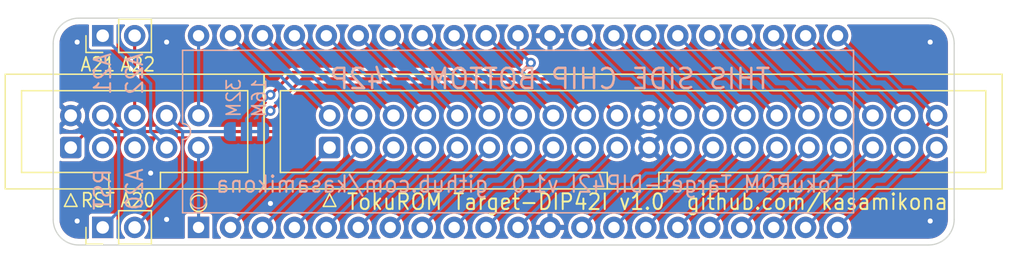
<source format=kicad_pcb>
(kicad_pcb (version 20221018) (generator pcbnew)
  (title_block (title "TokuROM Target-DIP42I") (rev "1.0") (company "github.com/kasamikona/TokuROM"))
  (layers (0 "F.Cu" signal) (31 "B.Cu" signal) (34 "B.Paste" user) (35 "F.Paste" user) (36 "B.SilkS" user "B.Silkscreen") (37 "F.SilkS" user "F.Silkscreen") (38 "B.Mask" user) (39 "F.Mask" user) (44 "Edge.Cuts" user))
  (net 0 "")
  (net 1 "/A17")
  (net 2 "/A8")
  (net 3 "/A7")
  (net 4 "/A9")
  (net 5 "/A6")
  (net 6 "/A10")
  (net 7 "/A5")
  (net 8 "/A11")
  (net 9 "/A4")
  (net 10 "/A12")
  (net 11 "/A3")
  (net 12 "/A13")
  (net 13 "/A2")
  (net 14 "/A14")
  (net 15 "/A1")
  (net 16 "/A15")
  (net 17 "/A0")
  (net 18 "/A16")
  (net 19 "/CE")
  (net 20 "/BYTE")
  (net 21 "/GND")
  (net 22 "/OE")
  (net 23 "/D15")
  (net 24 "/D0")
  (net 25 "/D7")
  (net 26 "/D8")
  (net 27 "/D14")
  (net 28 "/D1")
  (net 29 "/D6")
  (net 30 "/D9")
  (net 31 "/D13")
  (net 32 "/D2")
  (net 33 "/D5")
  (net 34 "/D10")
  (net 35 "/D12")
  (net 36 "/D3")
  (net 37 "/D4")
  (net 38 "/D11")
  (net 39 "/VCC")
  (net 41 "/A21")
  (net 42 "/A18")
  (net 43 "/A19")
  (net 44 "/A20")
  (net 46 "/A22")
  (net 47 "/TRESET")
  (net 48 "/BYTE_A20")
  (footprint "Connector_PinHeader_2.54mm:PinHeader_1x02_P2.54mm_Vertical" (layer "F.Cu") (at 21.59 30.48 90)
    (fp_text reference "J4" hide)
    (fp_text value "EXTRA1")
    (fp_line (start -1.33 -1.33) (end 0 -1.33) (stroke (width 0.12)) (layer "F.SilkS"))
    (fp_line (start -1.33 0) (end -1.33 -1.33) (stroke (width 0.12)) (layer "F.SilkS"))
    (fp_line (start -1.33 1.27) (end -1.33 3.87) (stroke (width 0.12)) (layer "F.SilkS"))
    (fp_line (start -1.33 1.27) (end 1.33 1.27) (stroke (width 0.12)) (layer "F.SilkS"))
    (fp_line (start -1.33 3.87) (end 1.33 3.87) (stroke (width 0.12)) (layer "F.SilkS"))
    (fp_line (start 1.33 1.27) (end 1.33 3.87) (stroke (width 0.12)) (layer "F.SilkS"))
    (pad "1" thru_hole rect (at 0 0 90) (size 1.7 1.7) (drill 1) (layers "*.Cu" "*.Mask") (net 47 "/TRESET"))
    (pad "2" thru_hole oval (at 0 2.54 90) (size 1.7 1.7) (drill 1) (layers "*.Cu" "*.Mask") (net 44 "/A20"))
  )
  (footprint "Connector_IDC:IDC-Header_2x20_P2.54mm_Vertical" (layer "F.Cu") (at 39.624 24.13 90)
    (fp_text reference "J1" hide)
    (fp_text value "IDC-40")
    (fp_line (start -4.68 -0.5) (end -4.68 0.5) (stroke (width 0.12)) (layer "F.SilkS"))
    (fp_line (start -4.68 0.5) (end -3.68 0) (stroke (width 0.12)) (layer "F.SilkS"))
    (fp_line (start -3.68 0) (end -4.68 -0.5) (stroke (width 0.12)) (layer "F.SilkS"))
    (fp_line (start -3.29 -5.21) (end 5.83 -5.21) (stroke (width 0.12)) (layer "F.SilkS"))
    (fp_line (start -3.29 22.08) (end -1.98 22.08) (stroke (width 0.12)) (layer "F.SilkS"))
    (fp_line (start -3.29 53.47) (end -3.29 -5.21) (stroke (width 0.12)) (layer "F.SilkS"))
    (fp_line (start -1.98 -3.91) (end 4.52 -3.91) (stroke (width 0.12)) (layer "F.SilkS"))
    (fp_line (start -1.98 22.08) (end -1.98 -3.91) (stroke (width 0.12)) (layer "F.SilkS"))
    (fp_line (start -1.98 26.18) (end -3.29 26.18) (stroke (width 0.12)) (layer "F.SilkS"))
    (fp_line (start -1.98 26.18) (end -1.98 26.18) (stroke (width 0.12)) (layer "F.SilkS"))
    (fp_line (start -1.98 52.17) (end -1.98 26.18) (stroke (width 0.12)) (layer "F.SilkS"))
    (fp_line (start 4.52 -3.91) (end 4.52 52.17) (stroke (width 0.12)) (layer "F.SilkS"))
    (fp_line (start 4.52 52.17) (end -1.98 52.17) (stroke (width 0.12)) (layer "F.SilkS"))
    (fp_line (start 5.83 -5.21) (end 5.83 53.47) (stroke (width 0.12)) (layer "F.SilkS"))
    (fp_line (start 5.83 53.47) (end -3.29 53.47) (stroke (width 0.12)) (layer "F.SilkS"))
    (pad "1" thru_hole roundrect (at 0 0 90) (size 1.7 1.7) (drill 1) (layers "*.Cu" "*.Mask") (roundrect_rratio 0.1470588235) (net 1 "/A17"))
    (pad "2" thru_hole circle (at 2.54 0 90) (size 1.7 1.7) (drill 1) (layers "*.Cu" "*.Mask") (net 2 "/A8"))
    (pad "3" thru_hole circle (at 0 2.54 90) (size 1.7 1.7) (drill 1) (layers "*.Cu" "*.Mask") (net 3 "/A7"))
    (pad "4" thru_hole circle (at 2.54 2.54 90) (size 1.7 1.7) (drill 1) (layers "*.Cu" "*.Mask") (net 4 "/A9"))
    (pad "5" thru_hole circle (at 0 5.08 90) (size 1.7 1.7) (drill 1) (layers "*.Cu" "*.Mask") (net 5 "/A6"))
    (pad "6" thru_hole circle (at 2.54 5.08 90) (size 1.7 1.7) (drill 1) (layers "*.Cu" "*.Mask") (net 6 "/A10"))
    (pad "7" thru_hole circle (at 0 7.62 90) (size 1.7 1.7) (drill 1) (layers "*.Cu" "*.Mask") (net 7 "/A5"))
    (pad "8" thru_hole circle (at 2.54 7.62 90) (size 1.7 1.7) (drill 1) (layers "*.Cu" "*.Mask") (net 8 "/A11"))
    (pad "9" thru_hole circle (at 0 10.16 90) (size 1.7 1.7) (drill 1) (layers "*.Cu" "*.Mask") (net 9 "/A4"))
    (pad "10" thru_hole circle (at 2.54 10.16 90) (size 1.7 1.7) (drill 1) (layers "*.Cu" "*.Mask") (net 10 "/A12"))
    (pad "11" thru_hole circle (at 0 12.7 90) (size 1.7 1.7) (drill 1) (layers "*.Cu" "*.Mask") (net 11 "/A3"))
    (pad "12" thru_hole circle (at 2.54 12.7 90) (size 1.7 1.7) (drill 1) (layers "*.Cu" "*.Mask") (net 12 "/A13"))
    (pad "13" thru_hole circle (at 0 15.24 90) (size 1.7 1.7) (drill 1) (layers "*.Cu" "*.Mask") (net 13 "/A2"))
    (pad "14" thru_hole circle (at 2.54 15.24 90) (size 1.7 1.7) (drill 1) (layers "*.Cu" "*.Mask") (net 14 "/A14"))
    (pad "15" thru_hole circle (at 0 17.78 90) (size 1.7 1.7) (drill 1) (layers "*.Cu" "*.Mask") (net 15 "/A1"))
    (pad "16" thru_hole circle (at 2.54 17.78 90) (size 1.7 1.7) (drill 1) (layers "*.Cu" "*.Mask") (net 16 "/A15"))
    (pad "17" thru_hole circle (at 0 20.32 90) (size 1.7 1.7) (drill 1) (layers "*.Cu" "*.Mask") (net 17 "/A0"))
    (pad "18" thru_hole circle (at 2.54 20.32 90) (size 1.7 1.7) (drill 1) (layers "*.Cu" "*.Mask") (net 18 "/A16"))
    (pad "19" thru_hole circle (at 0 22.86 90) (size 1.7 1.7) (drill 1) (layers "*.Cu" "*.Mask") (net 19 "/CE"))
    (pad "20" thru_hole circle (at 2.54 22.86 90) (size 1.7 1.7) (drill 1) (layers "*.Cu" "*.Mask") (net 20 "/BYTE"))
    (pad "21" thru_hole circle (at 0 25.4 90) (size 1.7 1.7) (drill 1) (layers "*.Cu" "*.Mask") (net 21 "/GND"))
    (pad "22" thru_hole circle (at 2.54 25.4 90) (size 1.7 1.7) (drill 1) (layers "*.Cu" "*.Mask") (net 21 "/GND"))
    (pad "23" thru_hole circle (at 0 27.94 90) (size 1.7 1.7) (drill 1) (layers "*.Cu" "*.Mask") (net 22 "/OE"))
    (pad "24" thru_hole circle (at 2.54 27.94 90) (size 1.7 1.7) (drill 1) (layers "*.Cu" "*.Mask") (net 23 "/D15"))
    (pad "25" thru_hole circle (at 0 30.48 90) (size 1.7 1.7) (drill 1) (layers "*.Cu" "*.Mask") (net 24 "/D0"))
    (pad "26" thru_hole circle (at 2.54 30.48 90) (size 1.7 1.7) (drill 1) (layers "*.Cu" "*.Mask") (net 25 "/D7"))
    (pad "27" thru_hole circle (at 0 33.02 90) (size 1.7 1.7) (drill 1) (layers "*.Cu" "*.Mask") (net 26 "/D8"))
    (pad "28" thru_hole circle (at 2.54 33.02 90) (size 1.7 1.7) (drill 1) (layers "*.Cu" "*.Mask") (net 27 "/D14"))
    (pad "29" thru_hole circle (at 0 35.56 90) (size 1.7 1.7) (drill 1) (layers "*.Cu" "*.Mask") (net 28 "/D1"))
    (pad "30" thru_hole circle (at 2.54 35.56 90) (size 1.7 1.7) (drill 1) (layers "*.Cu" "*.Mask") (net 29 "/D6"))
    (pad "31" thru_hole circle (at 0 38.1 90) (size 1.7 1.7) (drill 1) (layers "*.Cu" "*.Mask") (net 30 "/D9"))
    (pad "32" thru_hole circle (at 2.54 38.1 90) (size 1.7 1.7) (drill 1) (layers "*.Cu" "*.Mask") (net 31 "/D13"))
    (pad "33" thru_hole circle (at 0 40.64 90) (size 1.7 1.7) (drill 1) (layers "*.Cu" "*.Mask") (net 32 "/D2"))
    (pad "34" thru_hole circle (at 2.54 40.64 90) (size 1.7 1.7) (drill 1) (layers "*.Cu" "*.Mask") (net 33 "/D5"))
    (pad "35" thru_hole circle (at 0 43.18 90) (size 1.7 1.7) (drill 1) (layers "*.Cu" "*.Mask") (net 34 "/D10"))
    (pad "36" thru_hole circle (at 2.54 43.18 90) (size 1.7 1.7) (drill 1) (layers "*.Cu" "*.Mask") (net 35 "/D12"))
    (pad "37" thru_hole circle (at 0 45.72 90) (size 1.7 1.7) (drill 1) (layers "*.Cu" "*.Mask") (net 36 "/D3"))
    (pad "38" thru_hole circle (at 2.54 45.72 90) (size 1.7 1.7) (drill 1) (layers "*.Cu" "*.Mask") (net 37 "/D4"))
    (pad "39" thru_hole circle (at 0 48.26 90) (size 1.7 1.7) (drill 1) (layers "*.Cu" "*.Mask") (net 38 "/D11"))
    (pad "40" thru_hole circle (at 2.54 48.26 90) (size 1.7 1.7) (drill 1) (layers "*.Cu" "*.Mask") (net 39 "/VCC"))
  )
  (footprint "Connector_IDC:IDC-Header_2x05_P2.54mm_Vertical" (layer "F.Cu") (at 19.05 24.13 90)
    (fp_text reference "J3" hide)
    (fp_text value "IDC-10")
    (fp_line (start -4.68 -0.5) (end -4.68 0.5) (stroke (width 0.12)) (layer "F.SilkS"))
    (fp_line (start -4.68 0.5) (end -3.68 0) (stroke (width 0.12)) (layer "F.SilkS"))
    (fp_line (start -3.68 0) (end -4.68 -0.5) (stroke (width 0.12)) (layer "F.SilkS"))
    (fp_line (start -3.29 -5.21) (end 5.83 -5.21) (stroke (width 0.12)) (layer "F.SilkS"))
    (fp_line (start -3.29 3.03) (end -1.98 3.03) (stroke (width 0.12)) (layer "F.SilkS"))
    (fp_line (start -3.29 15.37) (end -3.29 -5.21) (stroke (width 0.12)) (layer "F.SilkS"))
    (fp_line (start -1.98 -3.91) (end 4.52 -3.91) (stroke (width 0.12)) (layer "F.SilkS"))
    (fp_line (start -1.98 3.03) (end -1.98 -3.91) (stroke (width 0.12)) (layer "F.SilkS"))
    (fp_line (start -1.98 7.13) (end -3.29 7.13) (stroke (width 0.12)) (layer "F.SilkS"))
    (fp_line (start -1.98 7.13) (end -1.98 7.13) (stroke (width 0.12)) (layer "F.SilkS"))
    (fp_line (start -1.98 14.07) (end -1.98 7.13) (stroke (width 0.12)) (layer "F.SilkS"))
    (fp_line (start 4.52 -3.91) (end 4.52 14.07) (stroke (width 0.12)) (layer "F.SilkS"))
    (fp_line (start 4.52 14.07) (end -1.98 14.07) (stroke (width 0.12)) (layer "F.SilkS"))
    (fp_line (start 5.83 -5.21) (end 5.83 15.37) (stroke (width 0.12)) (layer "F.SilkS"))
    (fp_line (start 5.83 15.37) (end -3.29 15.37) (stroke (width 0.12)) (layer "F.SilkS"))
    (pad "1" thru_hole roundrect (at 0 0 90) (size 1.7 1.7) (drill 1) (layers "*.Cu" "*.Mask") (roundrect_rratio 0.1470588235) (net 39 "/VCC"))
    (pad "2" thru_hole circle (at 2.54 0 90) (size 1.7 1.7) (drill 1) (layers "*.Cu" "*.Mask") (net 21 "/GND"))
    (pad "3" thru_hole circle (at 0 2.54 90) (size 1.7 1.7) (drill 1) (layers "*.Cu" "*.Mask"))
    (pad "4" thru_hole circle (at 2.54 2.54 90) (size 1.7 1.7) (drill 1) (layers "*.Cu" "*.Mask") (net 47 "/TRESET"))
    (pad "5" thru_hole circle (at 0 5.08 90) (size 1.7 1.7) (drill 1) (layers "*.Cu" "*.Mask"))
    (pad "6" thru_hole circle (at 2.54 5.08 90) (size 1.7 1.7) (drill 1) (layers "*.Cu" "*.Mask") (net 46 "/A22"))
    (pad "7" thru_hole circle (at 0 7.62 90) (size 1.7 1.7) (drill 1) (layers "*.Cu" "*.Mask") (net 41 "/A21"))
    (pad "8" thru_hole circle (at 2.54 7.62 90) (size 1.7 1.7) (drill 1) (layers "*.Cu" "*.Mask") (net 44 "/A20"))
    (pad "9" thru_hole circle (at 0 10.16 90) (size 1.7 1.7) (drill 1) (layers "*.Cu" "*.Mask") (net 42 "/A18"))
    (pad "10" thru_hole circle (at 2.54 10.16 90) (size 1.7 1.7) (drill 1) (layers "*.Cu" "*.Mask") (net 43 "/A19"))
  )
  (footprint "Connector_PinHeader_2.54mm:PinHeader_1x02_P2.54mm_Vertical" (layer "F.Cu") (at 21.59 15.24 90)
    (fp_text reference "J5" hide)
    (fp_text value "EXTRA2")
    (fp_line (start -1.33 -1.33) (end 0 -1.33) (stroke (width 0.12)) (layer "F.SilkS"))
    (fp_line (start -1.33 0) (end -1.33 -1.33) (stroke (width 0.12)) (layer "F.SilkS"))
    (fp_line (start -1.33 1.27) (end -1.33 3.87) (stroke (width 0.12)) (layer "F.SilkS"))
    (fp_line (start -1.33 1.27) (end 1.33 1.27) (stroke (width 0.12)) (layer "F.SilkS"))
    (fp_line (start -1.33 3.87) (end 1.33 3.87) (stroke (width 0.12)) (layer "F.SilkS"))
    (fp_line (start 1.33 1.27) (end 1.33 3.87) (stroke (width 0.12)) (layer "F.SilkS"))
    (pad "1" thru_hole rect (at 0 0 90) (size 1.7 1.7) (drill 1) (layers "*.Cu" "*.Mask") (net 41 "/A21"))
    (pad "2" thru_hole oval (at 0 2.54 90) (size 1.7 1.7) (drill 1) (layers "*.Cu" "*.Mask") (net 46 "/A22"))
  )
  (footprint "Tokurom-Parts:SolderJumper-3_Custom" (layer "B.Cu") (at 33.02 22.86 180)
    (fp_text reference "JP1" hide)
    (fp_text value "16M/32M")
    (fp_poly (pts (xy -0.9 0.125) (xy -0.4 0.125) (xy -0.4 -0.125) (xy -0.9 -0.125)) (fill solid) (layer "B.Cu"))
    (pad "1" smd roundrect (at -1.325 0 180) (size 0.95 1.5) (layers "B.Cu" "B.Mask") (roundrect_rratio 0.5) (chamfer_ratio 0) (chamfer top_right bottom_right) (net 20 "/BYTE"))
    (pad "2" smd rect (at 0 0 180) (size 0.9 1.5) (layers "B.Cu" "B.Mask") (net 48 "/BYTE_A20"))
    (pad "3" smd roundrect (at 1.325 0 180) (size 0.95 1.5) (layers "B.Cu" "B.Mask") (roundrect_rratio 0.5) (chamfer_ratio 0) (chamfer top_left bottom_left) (net 44 "/A20"))
  )
  (footprint "Tokurom-Parts:DIP-42_Reversed" (layer "B.Cu") (at 29.21 30.48 -90)
    (fp_text reference "J2" hide)
    (fp_text value "DIP-42_Reversed")
    (fp_line (start -14.08 -52.07) (end -1.16 -52.07) (stroke (width 0.12)) (layer "B.SilkS"))
    (fp_line (start -14.08 1.27) (end -14.08 -52.07) (stroke (width 0.12)) (layer "B.SilkS"))
    (fp_line (start -8.255 1.27) (end -14.08 1.27) (stroke (width 0.12)) (layer "B.SilkS"))
    (fp_line (start -1.16 -52.07) (end -1.16 1.27) (stroke (width 0.12)) (layer "B.SilkS"))
    (fp_line (start -1.16 1.27) (end -6.985 1.27) (stroke (width 0.12)) (layer "B.SilkS"))
    (fp_arc (start -8.255 1.27) (mid -7.62 0.635) (end -6.985 1.27) (stroke (width 0.12)) (layer "B.SilkS"))
    (pad "1" thru_hole rect (at 0 0 270) (size 1.7 1.7) (drill 0.9) (layers "*.Cu" "*.Mask") (net 42 "/A18"))
    (pad "2" thru_hole oval (at 0 -2.54 270) (size 1.7 1.7) (drill 0.9) (layers "*.Cu" "*.Mask") (net 1 "/A17"))
    (pad "3" thru_hole oval (at 0 -5.08 270) (size 1.7 1.7) (drill 0.9) (layers "*.Cu" "*.Mask") (net 3 "/A7"))
    (pad "4" thru_hole oval (at 0 -7.62 270) (size 1.7 1.7) (drill 0.9) (layers "*.Cu" "*.Mask") (net 5 "/A6"))
    (pad "5" thru_hole oval (at 0 -10.16 270) (size 1.7 1.7) (drill 0.9) (layers "*.Cu" "*.Mask") (net 7 "/A5"))
    (pad "6" thru_hole oval (at 0 -12.7 270) (size 1.7 1.7) (drill 0.9) (layers "*.Cu" "*.Mask") (net 9 "/A4"))
    (pad "7" thru_hole oval (at 0 -15.24 270) (size 1.7 1.7) (drill 0.9) (layers "*.Cu" "*.Mask") (net 11 "/A3"))
    (pad "8" thru_hole oval (at 0 -17.78 270) (size 1.7 1.7) (drill 0.9) (layers "*.Cu" "*.Mask") (net 13 "/A2"))
    (pad "9" thru_hole oval (at 0 -20.32 270) (size 1.7 1.7) (drill 0.9) (layers "*.Cu" "*.Mask") (net 15 "/A1"))
    (pad "10" thru_hole oval (at 0 -22.86 270) (size 1.7 1.7) (drill 0.9) (layers "*.Cu" "*.Mask") (net 17 "/A0"))
    (pad "11" thru_hole oval (at 0 -25.4 270) (size 1.7 1.7) (drill 0.9) (layers "*.Cu" "*.Mask") (net 19 "/CE"))
    (pad "12" thru_hole oval (at 0 -27.94 270) (size 1.7 1.7) (drill 0.9) (layers "*.Cu" "*.Mask") (net 21 "/GND"))
    (pad "13" thru_hole oval (at 0 -30.48 270) (size 1.7 1.7) (drill 0.9) (layers "*.Cu" "*.Mask") (net 22 "/OE"))
    (pad "14" thru_hole oval (at 0 -33.02 270) (size 1.7 1.7) (drill 0.9) (layers "*.Cu" "*.Mask") (net 24 "/D0"))
    (pad "15" thru_hole oval (at 0 -35.56 270) (size 1.7 1.7) (drill 0.9) (layers "*.Cu" "*.Mask") (net 26 "/D8"))
    (pad "16" thru_hole oval (at 0 -38.1 270) (size 1.7 1.7) (drill 0.9) (layers "*.Cu" "*.Mask") (net 28 "/D1"))
    (pad "17" thru_hole oval (at 0 -40.64 270) (size 1.7 1.7) (drill 0.9) (layers "*.Cu" "*.Mask") (net 30 "/D9"))
    (pad "18" thru_hole oval (at 0 -43.18 270) (size 1.7 1.7) (drill 0.9) (layers "*.Cu" "*.Mask") (net 32 "/D2"))
    (pad "19" thru_hole oval (at 0 -45.72 270) (size 1.7 1.7) (drill 0.9) (layers "*.Cu" "*.Mask") (net 34 "/D10"))
    (pad "20" thru_hole oval (at 0 -48.26 270) (size 1.7 1.7) (drill 0.9) (layers "*.Cu" "*.Mask") (net 36 "/D3"))
    (pad "21" thru_hole oval (at 0 -50.8 270) (size 1.7 1.7) (drill 0.9) (layers "*.Cu" "*.Mask") (net 38 "/D11"))
    (pad "22" thru_hole oval (at -15.24 -50.8 270) (size 1.7 1.7) (drill 0.9) (layers "*.Cu" "*.Mask") (net 39 "/VCC"))
    (pad "23" thru_hole oval (at -15.24 -48.26 270) (size 1.7 1.7) (drill 0.9) (layers "*.Cu" "*.Mask") (net 37 "/D4"))
    (pad "24" thru_hole oval (at -15.24 -45.72 270) (size 1.7 1.7) (drill 0.9) (layers "*.Cu" "*.Mask") (net 35 "/D12"))
    (pad "25" thru_hole oval (at -15.24 -43.18 270) (size 1.7 1.7) (drill 0.9) (layers "*.Cu" "*.Mask") (net 33 "/D5"))
    (pad "26" thru_hole oval (at -15.24 -40.64 270) (size 1.7 1.7) (drill 0.9) (layers "*.Cu" "*.Mask") (net 31 "/D13"))
    (pad "27" thru_hole oval (at -15.24 -38.1 270) (size 1.7 1.7) (drill 0.9) (layers "*.Cu" "*.Mask") (net 29 "/D6"))
    (pad "28" thru_hole oval (at -15.24 -35.56 270) (size 1.7 1.7) (drill 0.9) (layers "*.Cu" "*.Mask") (net 27 "/D14"))
    (pad "29" thru_hole oval (at -15.24 -33.02 270) (size 1.7 1.7) (drill 0.9) (layers "*.Cu" "*.Mask") (net 25 "/D7"))
    (pad "30" thru_hole oval (at -15.24 -30.48 270) (size 1.7 1.7) (drill 0.9) (layers "*.Cu" "*.Mask") (net 23 "/D15"))
    (pad "31" thru_hole oval (at -15.24 -27.94 270) (size 1.7 1.7) (drill 0.9) (layers "*.Cu" "*.Mask") (net 21 "/GND"))
    (pad "32" thru_hole oval (at -15.24 -25.4 270) (size 1.7 1.7) (drill 0.9) (layers "*.Cu" "*.Mask") (net 48 "/BYTE_A20"))
    (pad "33" thru_hole oval (at -15.24 -22.86 270) (size 1.7 1.7) (drill 0.9) (layers "*.Cu" "*.Mask") (net 18 "/A16"))
    (pad "34" thru_hole oval (at -15.24 -20.32 270) (size 1.7 1.7) (drill 0.9) (layers "*.Cu" "*.Mask") (net 16 "/A15"))
    (pad "35" thru_hole oval (at -15.24 -17.78 270) (size 1.7 1.7) (drill 0.9) (layers "*.Cu" "*.Mask") (net 14 "/A14"))
    (pad "36" thru_hole oval (at -15.24 -15.24 270) (size 1.7 1.7) (drill 0.9) (layers "*.Cu" "*.Mask") (net 12 "/A13"))
    (pad "37" thru_hole oval (at -15.24 -12.7 270) (size 1.7 1.7) (drill 0.9) (layers "*.Cu" "*.Mask") (net 10 "/A12"))
    (pad "38" thru_hole oval (at -15.24 -10.16 270) (size 1.7 1.7) (drill 0.9) (layers "*.Cu" "*.Mask") (net 8 "/A11"))
    (pad "39" thru_hole oval (at -15.24 -7.62 270) (size 1.7 1.7) (drill 0.9) (layers "*.Cu" "*.Mask") (net 6 "/A10"))
    (pad "40" thru_hole oval (at -15.24 -5.08 270) (size 1.7 1.7) (drill 0.9) (layers "*.Cu" "*.Mask") (net 4 "/A9"))
    (pad "41" thru_hole oval (at -15.24 -2.54 270) (size 1.7 1.7) (drill 0.9) (layers "*.Cu" "*.Mask") (net 2 "/A8"))
    (pad "42" thru_hole oval (at -15.24 0 270) (size 1.7 1.7) (drill 0.9) (layers "*.Cu" "*.Mask") (net 43 "/A19"))
  )
  (gr_circle (center 29.21 28.321) (end 29.21 27.686) (stroke (width 0.12)) (fill none) (layer "B.SilkS"))
  (gr_circle (center 29.21 28.575) (end 29.21 27.94) (stroke (width 0.12)) (fill none) (layer "F.SilkS"))
  (gr_line (start 19.685 13.843) (end 87.249 13.843) (stroke (width 0.1)) (layer "Edge.Cuts"))
  (gr_arc (start 19.685 31.877) (mid 18.248159 31.281841) (end 17.653 29.845) (stroke (width 0.1)) (layer "Edge.Cuts"))
  (gr_line (start 17.653 29.845) (end 17.653 15.875) (stroke (width 0.1)) (layer "Edge.Cuts"))
  (gr_arc (start 89.281 29.845) (mid 88.685841 31.281841) (end 87.249 31.877) (stroke (width 0.1)) (layer "Edge.Cuts"))
  (gr_arc (start 87.249 13.843) (mid 88.685841 14.438159) (end 89.281 15.875) (stroke (width 0.1)) (layer "Edge.Cuts"))
  (gr_line (start 87.249 31.877) (end 19.685 31.877) (stroke (width 0.1)) (layer "Edge.Cuts"))
  (gr_line (start 89.281 15.875) (end 89.281 29.845) (stroke (width 0.1)) (layer "Edge.Cuts"))
  (gr_arc (start 17.653 15.875) (mid 18.248159 14.438159) (end 19.685 13.843) (stroke (width 0.1)) (layer "Edge.Cuts"))
  (gr_text "A20" (at 24.13 29.21 90) (layer "B.SilkS") (effects (font (size 1.3 1.2) (thickness 0.163)) (justify right mirror)))
  (gr_text "TokuROM Target-DIP42I v${REVISION}  github.com/kasamikona" (at 55.499 27.051) (layer "B.SilkS") (effects (font (size 1.3 1.2) (thickness 0.163)) (justify mirror)))
  (gr_text "16M" (at 34.036 20.193 90) (layer "B.SilkS") (effects (font (size 1.1 1) (thickness 0.138)) (justify mirror)))
  (gr_text "32M" (at 32.004 20.193 90) (layer "B.SilkS") (effects (font (size 1.1 1) (thickness 0.138)) (justify mirror)))
  (gr_text "RST" (at 21.59 29.21 90) (layer "B.SilkS") (effects (font (size 1.3 1.2) (thickness 0.163)) (justify right mirror)))
  (gr_text "THIS SIDE CHIP BOTTOM   42P" (at 57.15 18.669) (layer "B.SilkS") (effects (font (size 1.6 1.5) (thickness 0.2)) (justify mirror)))
  (gr_text "A22" (at 24.13 16.51 90) (layer "B.SilkS") (effects (font (size 1.3 1.2) (thickness 0.163)) (justify left mirror)))
  (gr_text "A21" (at 21.59 16.51 90) (layer "B.SilkS") (effects (font (size 1.3 1.2) (thickness 0.163)) (justify left mirror)))
  (gr_text "TokuROM Target-DIP42I v${REVISION}  github.com/kasamikona" (at 64.897 28.448) (layer "F.SilkS") (effects (font (size 1.25 1.15) (thickness 0.156))))
  (gr_text "A21" (at 21.209 17.526) (layer "F.SilkS") (effects (font (size 1.1 1) (thickness 0.138))))
  (gr_text "A22" (at 24.384 17.526) (layer "F.SilkS") (effects (font (size 1.1 1) (thickness 0.138))))
  (gr_text "RST" (at 21.209 28.321) (layer "F.SilkS") (effects (font (size 1.1 1) (thickness 0.138))))
  (gr_text "A20" (at 24.384 28.321) (layer "F.SilkS") (effects (font (size 1.1 1) (thickness 0.138))))
  (segment (start 34.925 27.305) (end 31.75 30.48) (width 0.25) (layer "B.Cu") (net 1))
  (segment (start 39.624 24.13) (end 37.592 26.162) (width 0.25) (layer "B.Cu") (net 1))
  (segment (start 35.687 27.305) (end 34.925 27.305) (width 0.25) (layer "B.Cu") (net 1))
  (segment (start 35.687 27.305) (end 36.83 26.162) (width 0.25) (layer "B.Cu") (net 1))
  (segment (start 36.83 26.162) (end 37.592 26.162) (width 0.25) (layer "B.Cu") (net 1))
  (segment (start 35.687 18.415) (end 36.83 19.558) (width 0.25) (layer "B.Cu") (net 2))
  (segment (start 34.925 18.415) (end 35.687 18.415) (width 0.25) (layer "B.Cu") (net 2))
  (segment (start 39.624 21.59) (end 37.592 19.558) (width 0.25) (layer "B.Cu") (net 2))
  (segment (start 36.83 19.558) (end 37.592 19.558) (width 0.25) (layer "B.Cu") (net 2))
  (segment (start 31.75 15.24) (end 34.925 18.415) (width 0.25) (layer "B.Cu") (net 2))
  (segment (start 37.465 27.305) (end 38.227 27.305) (width 0.25) (layer "B.Cu") (net 3))
  (segment (start 38.227 27.305) (end 39.37 26.162) (width 0.25) (layer "B.Cu") (net 3))
  (segment (start 34.29 30.48) (end 37.465 27.305) (width 0.25) (layer "B.Cu") (net 3))
  (segment (start 40.132 26.162) (end 42.164 24.13) (width 0.25) (layer "B.Cu") (net 3))
  (segment (start 39.37 26.162) (end 40.132 26.162) (width 0.25) (layer "B.Cu") (net 3))
  (segment (start 38.227 18.415) (end 39.37 19.558) (width 0.25) (layer "B.Cu") (net 4))
  (segment (start 34.29 15.24) (end 37.465 18.415) (width 0.25) (layer "B.Cu") (net 4))
  (segment (start 39.37 19.558) (end 40.132 19.558) (width 0.25) (layer "B.Cu") (net 4))
  (segment (start 37.465 18.415) (end 38.227 18.415) (width 0.25) (layer "B.Cu") (net 4))
  (segment (start 40.132 19.558) (end 42.164 21.59) (width 0.25) (layer "B.Cu") (net 4))
  (segment (start 42.672 26.162) (end 44.704 24.13) (width 0.25) (layer "B.Cu") (net 5))
  (segment (start 41.91 26.162) (end 42.672 26.162) (width 0.25) (layer "B.Cu") (net 5))
  (segment (start 36.83 30.48) (end 40.005 27.305) (width 0.25) (layer "B.Cu") (net 5))
  (segment (start 40.005 27.305) (end 40.767 27.305) (width 0.25) (layer "B.Cu") (net 5))
  (segment (start 40.767 27.305) (end 41.91 26.162) (width 0.25) (layer "B.Cu") (net 5))
  (segment (start 40.767 18.415) (end 41.91 19.558) (width 0.25) (layer "B.Cu") (net 6))
  (segment (start 36.83 15.24) (end 40.005 18.415) (width 0.25) (layer "B.Cu") (net 6))
  (segment (start 40.005 18.415) (end 40.767 18.415) (width 0.25) (layer "B.Cu") (net 6))
  (segment (start 42.672 19.558) (end 44.704 21.59) (width 0.25) (layer "B.Cu") (net 6))
  (segment (start 41.91 19.558) (end 42.672 19.558) (width 0.25) (layer "B.Cu") (net 6))
  (segment (start 39.37 30.48) (end 42.545 27.305) (width 0.25) (layer "B.Cu") (net 7))
  (segment (start 44.45 26.162) (end 45.212 26.162) (width 0.25) (layer "B.Cu") (net 7))
  (segment (start 43.307 27.305) (end 44.45 26.162) (width 0.25) (layer "B.Cu") (net 7))
  (segment (start 45.212 26.162) (end 47.244 24.13) (width 0.25) (layer "B.Cu") (net 7))
  (segment (start 42.545 27.305) (end 43.307 27.305) (width 0.25) (layer "B.Cu") (net 7))
  (segment (start 43.307 18.415) (end 44.45 19.558) (width 0.25) (layer "B.Cu") (net 8))
  (segment (start 45.212 19.558) (end 47.244 21.59) (width 0.25) (layer "B.Cu") (net 8))
  (segment (start 44.45 19.558) (end 45.212 19.558) (width 0.25) (layer "B.Cu") (net 8))
  (segment (start 39.37 15.24) (end 42.545 18.415) (width 0.25) (layer "B.Cu") (net 8))
  (segment (start 42.545 18.415) (end 43.307 18.415) (width 0.25) (layer "B.Cu") (net 8))
  (segment (start 46.99 26.162) (end 47.752 26.162) (width 0.25) (layer "B.Cu") (net 9))
  (segment (start 41.91 30.48) (end 45.085 27.305) (width 0.25) (layer "B.Cu") (net 9))
  (segment (start 45.847 27.305) (end 46.99 26.162) (width 0.25) (layer "B.Cu") (net 9))
  (segment (start 47.752 26.162) (end 49.784 24.13) (width 0.25) (layer "B.Cu") (net 9))
  (segment (start 45.085 27.305) (end 45.847 27.305) (width 0.25) (layer "B.Cu") (net 9))
  (segment (start 41.91 15.24) (end 45.085 18.415) (width 0.25) (layer "B.Cu") (net 10))
  (segment (start 46.99 19.558) (end 47.752 19.558) (width 0.25) (layer "B.Cu") (net 10))
  (segment (start 45.847 18.415) (end 46.99 19.558) (width 0.25) (layer "B.Cu") (net 10))
  (segment (start 45.085 18.415) (end 45.847 18.415) (width 0.25) (layer "B.Cu") (net 10))
  (segment (start 49.784 21.59) (end 47.752 19.558) (width 0.25) (layer "B.Cu") (net 10))
  (segment (start 47.625 27.305) (end 48.387 27.305) (width 0.25) (layer "B.Cu") (net 11))
  (segment (start 44.45 30.48) (end 47.625 27.305) (width 0.25) (layer "B.Cu") (net 11))
  (segment (start 50.292 26.162) (end 52.324 24.13) (width 0.25) (layer "B.Cu") (net 11))
  (segment (start 48.387 27.305) (end 49.53 26.162) (width 0.25) (layer "B.Cu") (net 11))
  (segment (start 49.53 26.162) (end 50.292 26.162) (width 0.25) (layer "B.Cu") (net 11))
  (segment (start 47.625 18.415) (end 48.387 18.415) (width 0.25) (layer "B.Cu") (net 12))
  (segment (start 49.53 19.558) (end 50.292 19.558) (width 0.25) (layer "B.Cu") (net 12))
  (segment (start 52.324 21.59) (end 50.292 19.558) (width 0.25) (layer "B.Cu") (net 12))
  (segment (start 48.387 18.415) (end 49.53 19.558) (width 0.25) (layer "B.Cu") (net 12))
  (segment (start 44.45 15.24) (end 47.625 18.415) (width 0.25) (layer "B.Cu") (net 12))
  (segment (start 50.927 27.305) (end 52.07 26.162) (width 0.25) (layer "B.Cu") (net 13))
  (segment (start 46.99 30.48) (end 50.165 27.305) (width 0.25) (layer "B.Cu") (net 13))
  (segment (start 52.07 26.162) (end 52.832 26.162) (width 0.25) (layer "B.Cu") (net 13))
  (segment (start 50.165 27.305) (end 50.927 27.305) (width 0.25) (layer "B.Cu") (net 13))
  (segment (start 52.832 26.162) (end 54.864 24.13) (width 0.25) (layer "B.Cu") (net 13))
  (segment (start 50.927 18.415) (end 52.07 19.558) (width 0.25) (layer "B.Cu") (net 14))
  (segment (start 50.165 18.415) (end 50.927 18.415) (width 0.25) (layer "B.Cu") (net 14))
  (segment (start 46.99 15.24) (end 50.165 18.415) (width 0.25) (layer "B.Cu") (net 14))
  (segment (start 54.864 21.59) (end 52.832 19.558) (width 0.25) (layer "B.Cu") (net 14))
  (segment (start 52.07 19.558) (end 52.832 19.558) (width 0.25) (layer "B.Cu") (net 14))
  (segment (start 53.467 27.305) (end 54.61 26.162) (width 0.25) (layer "B.Cu") (net 15))
  (segment (start 54.61 26.162) (end 55.372 26.162) (width 0.25) (layer "B.Cu") (net 15))
  (segment (start 52.705 27.305) (end 53.467 27.305) (width 0.25) (layer "B.Cu") (net 15))
  (segment (start 55.372 26.162) (end 57.404 24.13) (width 0.25) (layer "B.Cu") (net 15))
  (segment (start 49.53 30.48) (end 52.705 27.305) (width 0.25) (layer "B.Cu") (net 15))
  (segment (start 54.61 19.558) (end 55.372 19.558) (width 0.25) (layer "B.Cu") (net 16))
  (segment (start 53.467 18.415) (end 54.61 19.558) (width 0.25) (layer "B.Cu") (net 16))
  (segment (start 52.705 18.415) (end 53.467 18.415) (width 0.25) (layer "B.Cu") (net 16))
  (segment (start 57.404 21.59) (end 55.372 19.558) (width 0.25) (layer "B.Cu") (net 16))
  (segment (start 49.53 15.24) (end 52.705 18.415) (width 0.25) (layer "B.Cu") (net 16))
  (segment (start 52.07 30.48) (end 55.245 27.305) (width 0.25) (layer "B.Cu") (net 17))
  (segment (start 55.245 27.305) (end 56.007 27.305) (width 0.25) (layer "B.Cu") (net 17))
  (segment (start 57.912 26.162) (end 59.944 24.13) (width 0.25) (layer "B.Cu") (net 17))
  (segment (start 57.15 26.162) (end 57.912 26.162) (width 0.25) (layer "B.Cu") (net 17))
  (segment (start 56.007 27.305) (end 57.15 26.162) (width 0.25) (layer "B.Cu") (net 17))
  (segment (start 59.944 21.59) (end 57.912 19.558) (width 0.25) (layer "B.Cu") (net 18))
  (segment (start 56.007 18.415) (end 57.15 19.558) (width 0.25) (layer "B.Cu") (net 18))
  (segment (start 57.15 19.558) (end 57.912 19.558) (width 0.25) (layer "B.Cu") (net 18))
  (segment (start 55.245 18.415) (end 56.007 18.415) (width 0.25) (layer "B.Cu") (net 18))
  (segment (start 52.07 15.24) (end 55.245 18.415) (width 0.25) (layer "B.Cu") (net 18))
  (segment (start 59.69 26.162) (end 60.452 26.162) (width 0.25) (layer "B.Cu") (net 19))
  (segment (start 57.785 27.305) (end 58.547 27.305) (width 0.25) (layer "B.Cu") (net 19))
  (segment (start 60.452 26.162) (end 62.484 24.13) (width 0.25) (layer "B.Cu") (net 19))
  (segment (start 58.547 27.305) (end 59.69 26.162) (width 0.25) (layer "B.Cu") (net 19))
  (segment (start 54.61 30.48) (end 57.785 27.305) (width 0.25) (layer "B.Cu") (net 19))
  (segment (start 62.484 21.59) (end 59.563 18.669) (width 0.25) (layer "F.Cu") (net 20))
  (segment (start 59.563 18.669) (end 37.465 18.669) (width 0.25) (layer "F.Cu") (net 20))
  (segment (start 37.465 18.669) (end 34.925 21.209) (width 0.25) (layer "F.Cu") (net 20))
  (via (at 34.925 21.209) (size 0.8) (drill 0.4) (layers "F.Cu" "B.Cu") (net 20))
  (segment (start 34.345 21.789) (end 34.925 21.209) (width 0.25) (layer "B.Cu") (net 20))
  (segment (start 34.345 22.86) (end 34.345 21.789) (width 0.25) (layer "B.Cu") (net 20))
  (via (at 26.67 29.845) (size 0.8) (drill 0.4) (layers "F.Cu" "B.Cu") (net 21))
  (via (at 87.376 15.748) (size 0.8) (drill 0.4) (layers "F.Cu" "B.Cu") (net 21))
  (via (at 25.4 26.162) (size 0.8) (drill 0.4) (layers "F.Cu" "B.Cu") (net 21))
  (via (at 19.558 29.972) (size 0.8) (drill 0.4) (layers "F.Cu" "B.Cu") (net 21))
  (via (at 26.67 15.748) (size 0.8) (drill 0.4) (layers "F.Cu" "B.Cu") (net 21))
  (via (at 87.376 29.972) (size 0.8) (drill 0.4) (layers "F.Cu" "B.Cu") (net 21))
  (via (at 34.925 28.575) (size 0.8) (drill 0.4) (layers "F.Cu" "B.Cu") (net 21))
  (via (at 19.558 15.748) (size 0.8) (drill 0.4) (layers "F.Cu" "B.Cu") (net 21))
  (segment (start 63.627 27.305) (end 64.77 26.162) (width 0.25) (layer "B.Cu") (net 22))
  (segment (start 64.77 26.162) (end 65.532 26.162) (width 0.25) (layer "B.Cu") (net 22))
  (segment (start 65.532 26.162) (end 67.564 24.13) (width 0.25) (layer "B.Cu") (net 22))
  (segment (start 59.69 30.48) (end 62.865 27.305) (width 0.25) (layer "B.Cu") (net 22))
  (segment (start 62.865 27.305) (end 63.627 27.305) (width 0.25) (layer "B.Cu") (net 22))
  (segment (start 67.564 21.59) (end 65.532 19.558) (width 0.25) (layer "B.Cu") (net 23))
  (segment (start 63.627 18.415) (end 64.77 19.558) (width 0.25) (layer "B.Cu") (net 23))
  (segment (start 63.627 18.415) (end 62.865 18.415) (width 0.25) (layer "B.Cu") (net 23))
  (segment (start 62.865 18.415) (end 59.69 15.24) (width 0.25) (layer "B.Cu") (net 23))
  (segment (start 64.77 19.558) (end 65.532 19.558) (width 0.25) (layer "B.Cu") (net 23))
  (segment (start 65.405 27.305) (end 66.167 27.305) (width 0.25) (layer "B.Cu") (net 24))
  (segment (start 62.23 30.48) (end 65.405 27.305) (width 0.25) (layer "B.Cu") (net 24))
  (segment (start 67.31 26.162) (end 68.072 26.162) (width 0.25) (layer "B.Cu") (net 24))
  (segment (start 66.167 27.305) (end 67.31 26.162) (width 0.25) (layer "B.Cu") (net 24))
  (segment (start 68.072 26.162) (end 70.104 24.13) (width 0.25) (layer "B.Cu") (net 24))
  (segment (start 62.23 15.24) (end 65.405 18.415) (width 0.25) (layer "B.Cu") (net 25))
  (segment (start 67.31 19.558) (end 68.072 19.558) (width 0.25) (layer "B.Cu") (net 25))
  (segment (start 68.072 19.558) (end 70.104 21.59) (width 0.25) (layer "B.Cu") (net 25))
  (segment (start 65.405 18.415) (end 66.167 18.415) (width 0.25) (layer "B.Cu") (net 25))
  (segment (start 66.167 18.415) (end 67.31 19.558) (width 0.25) (layer "B.Cu") (net 25))
  (segment (start 68.707 27.305) (end 69.85 26.162) (width 0.25) (layer "B.Cu") (net 26))
  (segment (start 69.85 26.162) (end 70.612 26.162) (width 0.25) (layer "B.Cu") (net 26))
  (segment (start 67.945 27.305) (end 68.707 27.305) (width 0.25) (layer "B.Cu") (net 26))
  (segment (start 70.612 26.162) (end 72.644 24.13) (width 0.25) (layer "B.Cu") (net 26))
  (segment (start 64.77 30.48) (end 67.945 27.305) (width 0.25) (layer "B.Cu") (net 26))
  (segment (start 70.612 19.558) (end 72.644 21.59) (width 0.25) (layer "B.Cu") (net 27))
  (segment (start 68.707 18.415) (end 69.85 19.558) (width 0.25) (layer "B.Cu") (net 27))
  (segment (start 67.945 18.415) (end 68.707 18.415) (width 0.25) (layer "B.Cu") (net 27))
  (segment (start 64.77 15.24) (end 67.945 18.415) (width 0.25) (layer "B.Cu") (net 27))
  (segment (start 69.85 19.558) (end 70.612 19.558) (width 0.25) (layer "B.Cu") (net 27))
  (segment (start 67.31 30.48) (end 70.485 27.305) (width 0.25) (layer "B.Cu") (net 28))
  (segment (start 73.152 26.162) (end 75.184 24.13) (width 0.25) (layer "B.Cu") (net 28))
  (segment (start 71.247 27.305) (end 72.39 26.162) (width 0.25) (layer "B.Cu") (net 28))
  (segment (start 70.485 27.305) (end 71.247 27.305) (width 0.25) (layer "B.Cu") (net 28))
  (segment (start 72.39 26.162) (end 73.152 26.162) (width 0.25) (layer "B.Cu") (net 28))
  (segment (start 67.31 15.24) (end 70.485 18.415) (width 0.25) (layer "B.Cu") (net 29))
  (segment (start 70.485 18.415) (end 71.247 18.415) (width 0.25) (layer "B.Cu") (net 29))
  (segment (start 73.152 19.558) (end 75.184 21.59) (width 0.25) (layer "B.Cu") (net 29))
  (segment (start 71.247 18.415) (end 72.39 19.558) (width 0.25) (layer "B.Cu") (net 29))
  (segment (start 72.39 19.558) (end 73.152 19.558) (width 0.25) (layer "B.Cu") (net 29))
  (segment (start 69.85 30.48) (end 73.025 27.305) (width 0.25) (layer "B.Cu") (net 30))
  (segment (start 73.025 27.305) (end 73.787 27.305) (width 0.25) (layer "B.Cu") (net 30))
  (segment (start 74.93 26.162) (end 75.692 26.162) (width 0.25) (layer "B.Cu") (net 30))
  (segment (start 73.787 27.305) (end 74.93 26.162) (width 0.25) (layer "B.Cu") (net 30))
  (segment (start 75.692 26.162) (end 77.724 24.13) (width 0.25) (layer "B.Cu") (net 30))
  (segment (start 74.93 19.558) (end 75.692 19.558) (width 0.25) (layer "B.Cu") (net 31))
  (segment (start 73.025 18.415) (end 73.787 18.415) (width 0.25) (layer "B.Cu") (net 31))
  (segment (start 69.85 15.24) (end 73.025 18.415) (width 0.25) (layer "B.Cu") (net 31))
  (segment (start 73.787 18.415) (end 74.93 19.558) (width 0.25) (layer "B.Cu") (net 31))
  (segment (start 75.692 19.558) (end 77.724 21.59) (width 0.25) (layer "B.Cu") (net 31))
  (segment (start 77.47 26.162) (end 78.232 26.162) (width 0.25) (layer "B.Cu") (net 32))
  (segment (start 75.565 27.305) (end 76.327 27.305) (width 0.25) (layer "B.Cu") (net 32))
  (segment (start 72.39 30.48) (end 75.565 27.305) (width 0.25) (layer "B.Cu") (net 32))
  (segment (start 78.232 26.162) (end 80.264 24.13) (width 0.25) (layer "B.Cu") (net 32))
  (segment (start 76.327 27.305) (end 77.47 26.162) (width 0.25) (layer "B.Cu") (net 32))
  (segment (start 72.39 15.24) (end 75.565 18.415) (width 0.25) (layer "B.Cu") (net 33))
  (segment (start 78.232 19.558) (end 80.264 21.59) (width 0.25) (layer "B.Cu") (net 33))
  (segment (start 75.565 18.415) (end 76.327 18.415) (width 0.25) (layer "B.Cu") (net 33))
  (segment (start 76.327 18.415) (end 77.47 19.558) (width 0.25) (layer "B.Cu") (net 33))
  (segment (start 77.47 19.558) (end 78.232 19.558) (width 0.25) (layer "B.Cu") (net 33))
  (segment (start 78.105 27.305) (end 78.867 27.305) (width 0.25) (layer "B.Cu") (net 34))
  (segment (start 80.01 26.162) (end 80.772 26.162) (width 0.25) (layer "B.Cu") (net 34))
  (segment (start 80.772 26.162) (end 82.804 24.13) (width 0.25) (layer "B.Cu") (net 34))
  (segment (start 74.93 30.48) (end 78.105 27.305) (width 0.25) (layer "B.Cu") (net 34))
  (segment (start 78.867 27.305) (end 80.01 26.162) (width 0.25) (layer "B.Cu") (net 34))
  (segment (start 80.01 19.558) (end 80.772 19.558) (width 0.25) (layer "B.Cu") (net 35))
  (segment (start 80.772 19.558) (end 82.804 21.59) (width 0.25) (layer "B.Cu") (net 35))
  (segment (start 74.93 15.24) (end 78.105 18.415) (width 0.25) (layer "B.Cu") (net 35))
  (segment (start 78.867 18.415) (end 80.01 19.558) (width 0.25) (layer "B.Cu") (net 35))
  (segment (start 78.105 18.415) (end 78.867 18.415) (width 0.25) (layer "B.Cu") (net 35))
  (segment (start 82.55 26.162) (end 83.312 26.162) (width 0.25) (layer "B.Cu") (net 36))
  (segment (start 80.645 27.305) (end 81.407 27.305) (width 0.25) (layer "B.Cu") (net 36))
  (segment (start 83.312 26.162) (end 85.344 24.13) (width 0.25) (layer "B.Cu") (net 36))
  (segment (start 77.47 30.48) (end 80.645 27.305) (width 0.25) (layer "B.Cu") (net 36))
  (segment (start 81.407 27.305) (end 82.55 26.162) (width 0.25) (layer "B.Cu") (net 36))
  (segment (start 83.312 19.558) (end 85.344 21.59) (width 0.25) (layer "B.Cu") (net 37))
  (segment (start 81.407 18.415) (end 82.55 19.558) (width 0.25) (layer "B.Cu") (net 37))
  (segment (start 82.55 19.558) (end 83.312 19.558) (width 0.25) (layer "B.Cu") (net 37))
  (segment (start 80.645 18.415) (end 81.407 18.415) (width 0.25) (layer "B.Cu") (net 37))
  (segment (start 77.47 15.24) (end 80.645 18.415) (width 0.25) (layer "B.Cu") (net 37))
  (segment (start 85.09 26.162) (end 85.852 26.162) (width 0.25) (layer "B.Cu") (net 38))
  (segment (start 85.852 26.162) (end 87.884 24.13) (width 0.25) (layer "B.Cu") (net 38))
  (segment (start 83.947 27.305) (end 85.09 26.162) (width 0.25) (layer "B.Cu") (net 38))
  (segment (start 83.185 27.305) (end 83.947 27.305) (width 0.25) (layer "B.Cu") (net 38))
  (segment (start 80.01 30.48) (end 83.185 27.305) (width 0.25) (layer "B.Cu") (net 38))
  (segment (start 19.05 24.13) (end 20.32 22.86) (width 0.25) (layer "F.Cu") (net 39))
  (segment (start 20.32 22.86) (end 86.614 22.86) (width 0.25) (layer "F.Cu") (net 39))
  (segment (start 86.614 22.86) (end 87.884 21.59) (width 0.25) (layer "F.Cu") (net 39))
  (segment (start 83.947 18.415) (end 85.09 19.558) (width 0.25) (layer "B.Cu") (net 39))
  (segment (start 85.09 19.558) (end 85.852 19.558) (width 0.25) (layer "B.Cu") (net 39))
  (segment (start 83.185 18.415) (end 83.947 18.415) (width 0.25) (layer "B.Cu") (net 39))
  (segment (start 80.01 15.24) (end 83.185 18.415) (width 0.25) (layer "B.Cu") (net 39))
  (segment (start 85.852 19.558) (end 87.884 21.59) (width 0.25) (layer "B.Cu") (net 39))
  (segment (start 25.4 22.86) (end 25.4 19.05) (width 0.25) (layer "B.Cu") (net 41))
  (segment (start 25.4 19.05) (end 21.59 15.24) (width 0.25) (layer "B.Cu") (net 41))
  (segment (start 26.67 24.13) (end 25.4 22.86) (width 0.25) (layer "B.Cu") (net 41))
  (segment (start 29.21 24.13) (end 29.21 30.48) (width 0.25) (layer "B.Cu") (net 42))
  (segment (start 29.21 21.59) (end 29.21 15.24) (width 0.25) (layer "B.Cu") (net 43))
  (segment (start 27.94 22.86) (end 31.695 22.86) (width 0.25) (layer "B.Cu") (net 44))
  (segment (start 27.94 22.86) (end 26.67 21.59) (width 0.25) (layer "B.Cu") (net 44))
  (segment (start 27.94 26.67) (end 27.94 22.86) (width 0.25) (layer "B.Cu") (net 44))
  (segment (start 24.13 30.48) (end 27.94 26.67) (width 0.25) (layer "B.Cu") (net 44))
  (segment (start 24.13 21.59) (end 24.13 15.24) (width 0.25) (layer "F.Cu") (net 46))
  (segment (start 22.86 22.86) (end 22.86 29.21) (width 0.25) (layer "B.Cu") (net 47))
  (segment (start 21.59 21.59) (end 22.86 22.86) (width 0.25) (layer "B.Cu") (net 47))
  (segment (start 22.86 29.21) (end 21.59 30.48) (width 0.25) (layer "B.Cu") (net 47))
  (segment (start 55.626 17.399) (end 54.864 18.161) (width 0.25) (layer "F.Cu") (net 48))
  (segment (start 54.864 18.161) (end 36.703 18.161) (width 0.25) (layer "F.Cu") (net 48))
  (segment (start 36.703 18.161) (end 34.925 19.939) (width 0.25) (layer "F.Cu") (net 48))
  (via (at 55.626 17.399) (size 0.8) (drill 0.4) (layers "F.Cu" "B.Cu") (net 48))
  (via (at 34.925 19.939) (size 0.8) (drill 0.4) (layers "F.Cu" "B.Cu") (net 48))
  (segment (start 55.626 17.399) (end 54.61 16.383) (width 0.25) (layer "B.Cu") (net 48))
  (segment (start 33.02 22.86) (end 33.02 21.844) (width 0.25) (layer "B.Cu") (net 48))
  (segment (start 33.02 21.844) (end 34.925 19.939) (width 0.25) (layer "B.Cu") (net 48))
  (segment (start 54.61 16.383) (end 54.61 15.24) (width 0.25) (layer "B.Cu") (net 48))
  (zone (net 21) (net_name "/GND") (layers "F&B.Cu") (connect_pads (clearance 0.25)) (min_thickness 0.15) (fill yes (thermal_gap 0.3) (thermal_bridge_width 0.4) (island_removal_mode 1) (island_area_min 10))
    (polygon (pts (xy 17.653 31.877) (xy 89.281 31.877) (xy 89.281 13.843) (xy 17.653 13.843)))
  )
)
</source>
